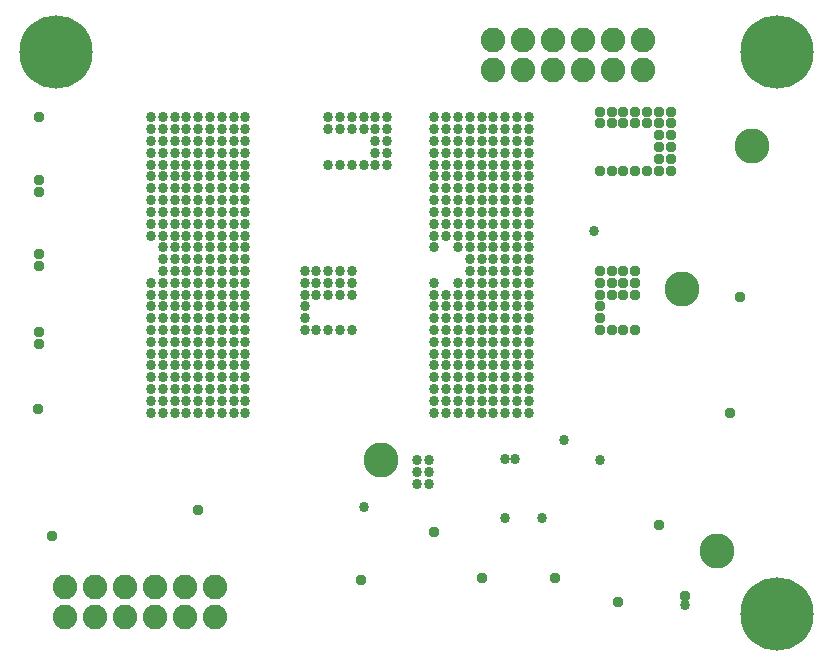
<source format=gbr>
G04 EAGLE Gerber RS-274X export*
G75*
%MOMM*%
%FSLAX34Y34*%
%LPD*%
%INSoldermask Bottom*%
%IPPOS*%
%AMOC8*
5,1,8,0,0,1.08239X$1,22.5*%
G01*
%ADD10C,2.963200*%
%ADD11C,2.082800*%
%ADD12C,3.903200*%
%ADD13C,6.203200*%
%ADD14C,0.859600*%
%ADD15C,0.959600*%


D10*
X315000Y170000D03*
X570000Y315000D03*
X629000Y436000D03*
X599000Y93000D03*
D11*
X47000Y37000D03*
X47000Y62400D03*
X72400Y37000D03*
X72400Y62400D03*
X97800Y37000D03*
X97800Y62400D03*
X123200Y37000D03*
X123200Y62400D03*
X148600Y37000D03*
X148600Y62400D03*
X174000Y37000D03*
X174000Y62400D03*
X410000Y500000D03*
X410000Y525400D03*
X435400Y500000D03*
X435400Y525400D03*
X460800Y500000D03*
X460800Y525400D03*
X486200Y500000D03*
X486200Y525400D03*
X511600Y500000D03*
X511600Y525400D03*
X537000Y500000D03*
X537000Y525400D03*
D12*
X650000Y40000D03*
D13*
X650000Y40000D03*
D12*
X40000Y515000D03*
D13*
X40000Y515000D03*
D12*
X650000Y515000D03*
D13*
X650000Y515000D03*
D14*
X360000Y460000D03*
X360000Y450000D03*
X360000Y440000D03*
X360000Y430000D03*
X360000Y420000D03*
X360000Y410000D03*
X360000Y400000D03*
X360000Y390000D03*
X360000Y380000D03*
X360000Y370000D03*
X360000Y360000D03*
X360000Y350000D03*
X370000Y360000D03*
X370000Y370000D03*
X370000Y380000D03*
X370000Y390000D03*
X370000Y400000D03*
X370000Y410000D03*
X370000Y420000D03*
X370000Y430000D03*
X370000Y440000D03*
X370000Y450000D03*
X370000Y460000D03*
X380000Y460000D03*
X380000Y450000D03*
X380000Y440000D03*
X380000Y430000D03*
X380000Y420000D03*
X380000Y410000D03*
X380000Y400000D03*
X380000Y390000D03*
X380000Y380000D03*
X380000Y370000D03*
X380000Y360000D03*
X380000Y350000D03*
X390000Y460000D03*
X390000Y450000D03*
X390000Y440000D03*
X390000Y430000D03*
X390000Y420000D03*
X390000Y410000D03*
X390000Y400000D03*
X390000Y390000D03*
X390000Y380000D03*
X390000Y370000D03*
X390000Y360000D03*
X390000Y350000D03*
X390000Y340000D03*
X400000Y340000D03*
X400000Y350000D03*
X400000Y360000D03*
X400000Y370000D03*
X400000Y380000D03*
X400000Y390000D03*
X400000Y400000D03*
X400000Y410000D03*
X400000Y420000D03*
X400000Y430000D03*
X400000Y440000D03*
X400000Y450000D03*
X400000Y460000D03*
X410000Y460000D03*
X410000Y450000D03*
X410000Y440000D03*
X410000Y430000D03*
X410000Y420000D03*
X410000Y410000D03*
X410000Y400000D03*
X410000Y390000D03*
X410000Y380000D03*
X410000Y370000D03*
X410000Y360000D03*
X410000Y350000D03*
X410000Y340000D03*
X420000Y460000D03*
X420000Y450000D03*
X420000Y440000D03*
X420000Y430000D03*
X420000Y420000D03*
X420000Y410000D03*
X420000Y400000D03*
X420000Y390000D03*
X420000Y380000D03*
X420000Y370000D03*
X420000Y360000D03*
X420000Y350000D03*
X420000Y340000D03*
X430000Y340000D03*
X430000Y350000D03*
X430000Y360000D03*
X430000Y370000D03*
X430000Y380000D03*
X430000Y390000D03*
X430000Y400000D03*
X430000Y410000D03*
X430000Y420000D03*
X430000Y430000D03*
X430000Y440000D03*
X430000Y450000D03*
X430000Y460000D03*
X440000Y460000D03*
X440000Y450000D03*
X440000Y440000D03*
X440000Y430000D03*
X440000Y420000D03*
X440000Y410000D03*
X440000Y400000D03*
X440000Y390000D03*
X440000Y380000D03*
X440000Y370000D03*
X440000Y360000D03*
X440000Y350000D03*
X440000Y340000D03*
X360000Y320000D03*
X360000Y310000D03*
X360000Y300000D03*
X360000Y290000D03*
X360000Y280000D03*
X360000Y270000D03*
X360000Y260000D03*
X360000Y250000D03*
X360000Y240000D03*
X360000Y230000D03*
X360000Y220000D03*
X360000Y210000D03*
X370000Y210000D03*
X370000Y220000D03*
X370000Y230000D03*
X370000Y240000D03*
X370000Y250000D03*
X370000Y260000D03*
X370000Y270000D03*
X370000Y280000D03*
X370000Y290000D03*
X370000Y300000D03*
X370000Y310000D03*
X380000Y320000D03*
X380000Y310000D03*
X380000Y300000D03*
X380000Y290000D03*
X380000Y280000D03*
X380000Y270000D03*
X380000Y260000D03*
X380000Y250000D03*
X380000Y240000D03*
X380000Y230000D03*
X380000Y220000D03*
X380000Y210000D03*
X390000Y330000D03*
X390000Y320000D03*
X390000Y310000D03*
X390000Y300000D03*
X390000Y290000D03*
X390000Y280000D03*
X390000Y270000D03*
X390000Y260000D03*
X390000Y250000D03*
X390000Y240000D03*
X390000Y230000D03*
X390000Y220000D03*
X390000Y210000D03*
X400000Y210000D03*
X400000Y220000D03*
X400000Y230000D03*
X400000Y240000D03*
X400000Y250000D03*
X400000Y260000D03*
X400000Y270000D03*
X400000Y280000D03*
X400000Y290000D03*
X400000Y300000D03*
X400000Y310000D03*
X400000Y320000D03*
X400000Y330000D03*
X410000Y330000D03*
X410000Y320000D03*
X410000Y310000D03*
X410000Y300000D03*
X410000Y290000D03*
X410000Y280000D03*
X410000Y270000D03*
X410000Y260000D03*
X410000Y250000D03*
X410000Y240000D03*
X410000Y230000D03*
X410000Y220000D03*
X410000Y210000D03*
X420000Y330000D03*
X420000Y320000D03*
X420000Y310000D03*
X420000Y300000D03*
X420000Y290000D03*
X420000Y280000D03*
X420000Y270000D03*
X420000Y260000D03*
X420000Y250000D03*
X420000Y240000D03*
X420000Y230000D03*
X420000Y220000D03*
X420000Y210000D03*
X430000Y210000D03*
X430000Y220000D03*
X430000Y230000D03*
X430000Y240000D03*
X430000Y250000D03*
X430000Y260000D03*
X430000Y270000D03*
X430000Y280000D03*
X430000Y290000D03*
X430000Y300000D03*
X430000Y310000D03*
X430000Y320000D03*
X430000Y330000D03*
X440000Y330000D03*
X440000Y320000D03*
X440000Y310000D03*
X440000Y300000D03*
X440000Y290000D03*
X440000Y280000D03*
X440000Y270000D03*
X440000Y260000D03*
X440000Y250000D03*
X440000Y240000D03*
X440000Y230000D03*
X440000Y220000D03*
X440000Y210000D03*
D15*
X610000Y210000D03*
D14*
X290000Y330000D03*
X280000Y330000D03*
X270000Y330000D03*
X270000Y320000D03*
X280000Y320000D03*
X290000Y320000D03*
X290000Y310000D03*
X280000Y310000D03*
X270000Y310000D03*
X270000Y420000D03*
X280000Y420000D03*
X290000Y420000D03*
X300000Y420000D03*
X310000Y420000D03*
X310000Y430000D03*
X310000Y440000D03*
X310000Y450000D03*
X300000Y450000D03*
X290000Y450000D03*
X280000Y450000D03*
X270000Y450000D03*
X270000Y460000D03*
X280000Y460000D03*
X290000Y460000D03*
X300000Y460000D03*
X310000Y460000D03*
X320000Y460000D03*
X320000Y450000D03*
X320000Y440000D03*
X320000Y430000D03*
X320000Y420000D03*
X290000Y280000D03*
X280000Y280000D03*
X270000Y280000D03*
X260000Y280000D03*
X250000Y280000D03*
X250000Y290000D03*
X250000Y300000D03*
X250000Y310000D03*
X260000Y310000D03*
X260000Y320000D03*
X250000Y320000D03*
X250000Y330000D03*
X260000Y330000D03*
X345000Y150000D03*
X355000Y150000D03*
X355000Y160000D03*
X345000Y160000D03*
X345000Y170000D03*
X355000Y170000D03*
X300000Y130000D03*
X120000Y460000D03*
X120000Y450000D03*
X120000Y440000D03*
X120000Y430000D03*
X120000Y420000D03*
X120000Y410000D03*
X120000Y400000D03*
X120000Y390000D03*
X120000Y380000D03*
X120000Y370000D03*
X120000Y360000D03*
X130000Y340000D03*
X130000Y350000D03*
X130000Y360000D03*
X130000Y370000D03*
X130000Y380000D03*
X130000Y390000D03*
X130000Y400000D03*
X130000Y410000D03*
X130000Y420000D03*
X130000Y430000D03*
X130000Y440000D03*
X130000Y450000D03*
X130000Y460000D03*
X140000Y460000D03*
X140000Y450000D03*
X140000Y440000D03*
X140000Y430000D03*
X140000Y420000D03*
X140000Y410000D03*
X140000Y400000D03*
X140000Y390000D03*
X140000Y380000D03*
X140000Y370000D03*
X140000Y360000D03*
X140000Y350000D03*
X140000Y340000D03*
X150000Y460000D03*
X150000Y450000D03*
X150000Y440000D03*
X150000Y430000D03*
X150000Y420000D03*
X150000Y410000D03*
X150000Y400000D03*
X150000Y390000D03*
X150000Y380000D03*
X150000Y370000D03*
X150000Y360000D03*
X150000Y350000D03*
X150000Y340000D03*
X160000Y340000D03*
X160000Y350000D03*
X160000Y360000D03*
X160000Y370000D03*
X160000Y380000D03*
X160000Y390000D03*
X160000Y400000D03*
X160000Y410000D03*
X160000Y420000D03*
X160000Y430000D03*
X160000Y440000D03*
X160000Y450000D03*
X160000Y460000D03*
X170000Y460000D03*
X170000Y450000D03*
X170000Y440000D03*
X170000Y430000D03*
X170000Y420000D03*
X170000Y410000D03*
X170000Y400000D03*
X170000Y390000D03*
X170000Y380000D03*
X170000Y370000D03*
X170000Y360000D03*
X170000Y350000D03*
X170000Y340000D03*
X180000Y460000D03*
X180000Y450000D03*
X180000Y440000D03*
X180000Y430000D03*
X180000Y420000D03*
X180000Y410000D03*
X180000Y400000D03*
X180000Y390000D03*
X180000Y380000D03*
X180000Y370000D03*
X180000Y360000D03*
X180000Y350000D03*
X180000Y340000D03*
X190000Y340000D03*
X190000Y350000D03*
X190000Y360000D03*
X190000Y370000D03*
X190000Y380000D03*
X190000Y390000D03*
X190000Y400000D03*
X190000Y410000D03*
X190000Y420000D03*
X190000Y430000D03*
X190000Y440000D03*
X190000Y450000D03*
X190000Y460000D03*
X200000Y460000D03*
X200000Y450000D03*
X200000Y440000D03*
X200000Y430000D03*
X200000Y420000D03*
X200000Y410000D03*
X200000Y400000D03*
X200000Y390000D03*
X200000Y380000D03*
X200000Y370000D03*
X200000Y360000D03*
X200000Y350000D03*
X200000Y340000D03*
X120000Y320000D03*
X120000Y310000D03*
X120000Y300000D03*
X120000Y290000D03*
X120000Y280000D03*
X120000Y270000D03*
X120000Y260000D03*
X120000Y250000D03*
X120000Y240000D03*
X120000Y230000D03*
X120000Y220000D03*
X120000Y210000D03*
X130000Y210000D03*
X130000Y220000D03*
X130000Y230000D03*
X130000Y240000D03*
X130000Y250000D03*
X130000Y260000D03*
X130000Y270000D03*
X130000Y280000D03*
X130000Y290000D03*
X130000Y300000D03*
X130000Y310000D03*
X130000Y320000D03*
X130000Y330000D03*
X140000Y330000D03*
X140000Y320000D03*
X140000Y310000D03*
X140000Y300000D03*
X140000Y290000D03*
X140000Y280000D03*
X140000Y270000D03*
X140000Y260000D03*
X140000Y250000D03*
X140000Y240000D03*
X140000Y230000D03*
X140000Y220000D03*
X140000Y210000D03*
X150000Y330000D03*
X150000Y320000D03*
X150000Y310000D03*
X150000Y300000D03*
X150000Y290000D03*
X150000Y280000D03*
X150000Y270000D03*
X150000Y260000D03*
X150000Y250000D03*
X150000Y240000D03*
X150000Y230000D03*
X150000Y220000D03*
X150000Y210000D03*
X160000Y210000D03*
X160000Y220000D03*
X160000Y230000D03*
X160000Y240000D03*
X160000Y250000D03*
X160000Y260000D03*
X160000Y270000D03*
X160000Y280000D03*
X160000Y290000D03*
X160000Y300000D03*
X160000Y310000D03*
X160000Y320000D03*
X160000Y330000D03*
X170000Y330000D03*
X170000Y320000D03*
X170000Y310000D03*
X170000Y300000D03*
X170000Y290000D03*
X170000Y280000D03*
X170000Y270000D03*
X170000Y260000D03*
X170000Y250000D03*
X170000Y240000D03*
X170000Y230000D03*
X170000Y220000D03*
X170000Y210000D03*
X180000Y330000D03*
X180000Y320000D03*
X180000Y310000D03*
X180000Y300000D03*
X180000Y290000D03*
X180000Y280000D03*
X180000Y270000D03*
X180000Y260000D03*
X180000Y250000D03*
X180000Y240000D03*
X180000Y230000D03*
X180000Y220000D03*
X180000Y210000D03*
X190000Y210000D03*
X190000Y220000D03*
X190000Y230000D03*
X190000Y240000D03*
X190000Y250000D03*
X190000Y260000D03*
X190000Y270000D03*
X190000Y280000D03*
X190000Y290000D03*
X190000Y300000D03*
X190000Y310000D03*
X190000Y320000D03*
X190000Y330000D03*
X200000Y330000D03*
X200000Y320000D03*
X200000Y310000D03*
X200000Y300000D03*
X200000Y290000D03*
X200000Y280000D03*
X200000Y270000D03*
X200000Y260000D03*
X200000Y250000D03*
X200000Y240000D03*
X200000Y230000D03*
X200000Y220000D03*
X200000Y210000D03*
D15*
X36000Y106000D03*
X298000Y68000D03*
X360000Y108650D03*
D14*
X500000Y170000D03*
D15*
X25000Y268000D03*
X25000Y278000D03*
X25000Y334000D03*
X25000Y344000D03*
X25000Y397000D03*
X25000Y407000D03*
X25000Y460000D03*
X24000Y213000D03*
X515000Y50000D03*
X572000Y55000D03*
D14*
X420000Y121000D03*
X451000Y121000D03*
X428000Y171000D03*
X420000Y171000D03*
X470000Y187000D03*
X495000Y364000D03*
X572000Y47000D03*
D15*
X550000Y425000D03*
X560000Y425000D03*
X560000Y435000D03*
X550000Y435000D03*
X550000Y415000D03*
X540000Y415000D03*
X530000Y415000D03*
X520000Y415000D03*
X510000Y415000D03*
X500000Y415000D03*
X560000Y445000D03*
X560000Y455000D03*
X550000Y445000D03*
X550000Y455000D03*
X560000Y415000D03*
X540000Y455000D03*
X530000Y455000D03*
X520000Y455000D03*
X510000Y455000D03*
X500000Y455000D03*
X500000Y465000D03*
X510000Y465000D03*
X520000Y465000D03*
X530000Y465000D03*
X540000Y465000D03*
X550000Y465000D03*
X560000Y465000D03*
X500000Y280000D03*
X510000Y280000D03*
X520000Y280000D03*
X530000Y280000D03*
X500000Y290000D03*
X500000Y300000D03*
X500000Y310000D03*
X510000Y310000D03*
X520000Y310000D03*
X530000Y310000D03*
X530000Y320000D03*
X520000Y320000D03*
X510000Y320000D03*
X500000Y320000D03*
X500000Y330000D03*
X510000Y330000D03*
X520000Y330000D03*
X530000Y330000D03*
X550000Y115000D03*
X160000Y128000D03*
X619000Y308000D03*
X462000Y70000D03*
X400000Y70000D03*
M02*

</source>
